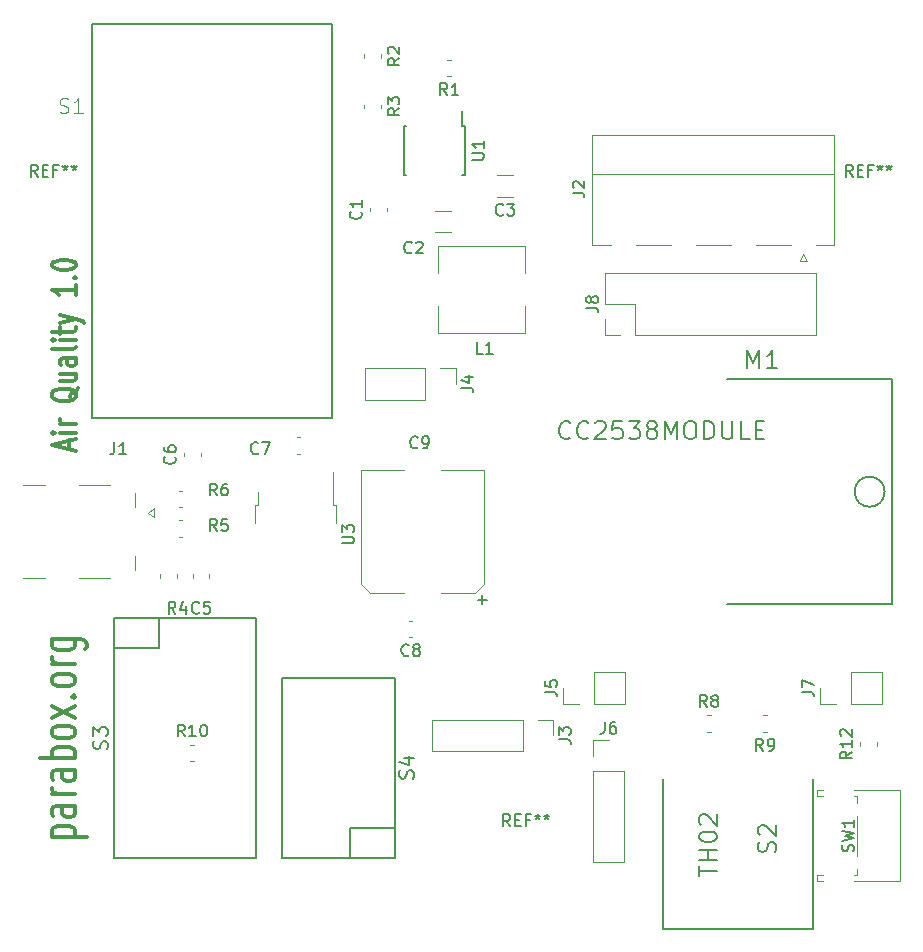
<source format=gto>
G04 #@! TF.GenerationSoftware,KiCad,Pcbnew,5.0.0-rc1-44a33f2~62~ubuntu16.04.1*
G04 #@! TF.CreationDate,2018-04-01T18:26:25+03:00*
G04 #@! TF.ProjectId,ParaboxAirQuality,50617261626F784169725175616C6974,rev?*
G04 #@! TF.SameCoordinates,Original*
G04 #@! TF.FileFunction,Legend,Top*
G04 #@! TF.FilePolarity,Positive*
%FSLAX46Y46*%
G04 Gerber Fmt 4.6, Leading zero omitted, Abs format (unit mm)*
G04 Created by KiCad (PCBNEW 5.0.0-rc1-44a33f2~62~ubuntu16.04.1) date Sun Apr  1 18:26:25 2018*
%MOMM*%
%LPD*%
G01*
G04 APERTURE LIST*
%ADD10C,0.300000*%
%ADD11C,0.127000*%
%ADD12C,0.120000*%
%ADD13C,0.150000*%
%ADD14C,0.101600*%
G04 APERTURE END LIST*
D10*
X54333333Y-86500000D02*
X54333333Y-85785714D01*
X54904761Y-86642857D02*
X52904761Y-86142857D01*
X54904761Y-85642857D01*
X54904761Y-85142857D02*
X53571428Y-85142857D01*
X52904761Y-85142857D02*
X53000000Y-85214285D01*
X53095238Y-85142857D01*
X53000000Y-85071428D01*
X52904761Y-85142857D01*
X53095238Y-85142857D01*
X54904761Y-84428571D02*
X53571428Y-84428571D01*
X53952380Y-84428571D02*
X53761904Y-84357142D01*
X53666666Y-84285714D01*
X53571428Y-84142857D01*
X53571428Y-84000000D01*
X55095238Y-81357142D02*
X55000000Y-81500000D01*
X54809523Y-81642857D01*
X54523809Y-81857142D01*
X54428571Y-82000000D01*
X54428571Y-82142857D01*
X54904761Y-82071428D02*
X54809523Y-82214285D01*
X54619047Y-82357142D01*
X54238095Y-82428571D01*
X53571428Y-82428571D01*
X53190476Y-82357142D01*
X53000000Y-82214285D01*
X52904761Y-82071428D01*
X52904761Y-81785714D01*
X53000000Y-81642857D01*
X53190476Y-81500000D01*
X53571428Y-81428571D01*
X54238095Y-81428571D01*
X54619047Y-81500000D01*
X54809523Y-81642857D01*
X54904761Y-81785714D01*
X54904761Y-82071428D01*
X53571428Y-80142857D02*
X54904761Y-80142857D01*
X53571428Y-80785714D02*
X54619047Y-80785714D01*
X54809523Y-80714285D01*
X54904761Y-80571428D01*
X54904761Y-80357142D01*
X54809523Y-80214285D01*
X54714285Y-80142857D01*
X54904761Y-78785714D02*
X53857142Y-78785714D01*
X53666666Y-78857142D01*
X53571428Y-79000000D01*
X53571428Y-79285714D01*
X53666666Y-79428571D01*
X54809523Y-78785714D02*
X54904761Y-78928571D01*
X54904761Y-79285714D01*
X54809523Y-79428571D01*
X54619047Y-79500000D01*
X54428571Y-79500000D01*
X54238095Y-79428571D01*
X54142857Y-79285714D01*
X54142857Y-78928571D01*
X54047619Y-78785714D01*
X54904761Y-77857142D02*
X54809523Y-78000000D01*
X54619047Y-78071428D01*
X52904761Y-78071428D01*
X54904761Y-77285714D02*
X53571428Y-77285714D01*
X52904761Y-77285714D02*
X53000000Y-77357142D01*
X53095238Y-77285714D01*
X53000000Y-77214285D01*
X52904761Y-77285714D01*
X53095238Y-77285714D01*
X53571428Y-76785714D02*
X53571428Y-76214285D01*
X52904761Y-76571428D02*
X54619047Y-76571428D01*
X54809523Y-76500000D01*
X54904761Y-76357142D01*
X54904761Y-76214285D01*
X53571428Y-75857142D02*
X54904761Y-75500000D01*
X53571428Y-75142857D02*
X54904761Y-75500000D01*
X55380952Y-75642857D01*
X55476190Y-75714285D01*
X55571428Y-75857142D01*
X54904761Y-72642857D02*
X54904761Y-73500000D01*
X54904761Y-73071428D02*
X52904761Y-73071428D01*
X53190476Y-73214285D01*
X53380952Y-73357142D01*
X53476190Y-73500000D01*
X54714285Y-72000000D02*
X54809523Y-71928571D01*
X54904761Y-72000000D01*
X54809523Y-72071428D01*
X54714285Y-72000000D01*
X54904761Y-72000000D01*
X52904761Y-71000000D02*
X52904761Y-70857142D01*
X53000000Y-70714285D01*
X53095238Y-70642857D01*
X53285714Y-70571428D01*
X53666666Y-70500000D01*
X54142857Y-70500000D01*
X54523809Y-70571428D01*
X54714285Y-70642857D01*
X54809523Y-70714285D01*
X54904761Y-70857142D01*
X54904761Y-71000000D01*
X54809523Y-71142857D01*
X54714285Y-71214285D01*
X54523809Y-71285714D01*
X54142857Y-71357142D01*
X53666666Y-71357142D01*
X53285714Y-71285714D01*
X53095238Y-71214285D01*
X53000000Y-71142857D01*
X52904761Y-71000000D01*
X52857142Y-119380952D02*
X55857142Y-119380952D01*
X53000000Y-119380952D02*
X52857142Y-119190476D01*
X52857142Y-118809523D01*
X53000000Y-118619047D01*
X53142857Y-118523809D01*
X53428571Y-118428571D01*
X54285714Y-118428571D01*
X54571428Y-118523809D01*
X54714285Y-118619047D01*
X54857142Y-118809523D01*
X54857142Y-119190476D01*
X54714285Y-119380952D01*
X54857142Y-116714285D02*
X53285714Y-116714285D01*
X53000000Y-116809523D01*
X52857142Y-117000000D01*
X52857142Y-117380952D01*
X53000000Y-117571428D01*
X54714285Y-116714285D02*
X54857142Y-116904761D01*
X54857142Y-117380952D01*
X54714285Y-117571428D01*
X54428571Y-117666666D01*
X54142857Y-117666666D01*
X53857142Y-117571428D01*
X53714285Y-117380952D01*
X53714285Y-116904761D01*
X53571428Y-116714285D01*
X54857142Y-115761904D02*
X52857142Y-115761904D01*
X53428571Y-115761904D02*
X53142857Y-115666666D01*
X53000000Y-115571428D01*
X52857142Y-115380952D01*
X52857142Y-115190476D01*
X54857142Y-113666666D02*
X53285714Y-113666666D01*
X53000000Y-113761904D01*
X52857142Y-113952380D01*
X52857142Y-114333333D01*
X53000000Y-114523809D01*
X54714285Y-113666666D02*
X54857142Y-113857142D01*
X54857142Y-114333333D01*
X54714285Y-114523809D01*
X54428571Y-114619047D01*
X54142857Y-114619047D01*
X53857142Y-114523809D01*
X53714285Y-114333333D01*
X53714285Y-113857142D01*
X53571428Y-113666666D01*
X54857142Y-112714285D02*
X51857142Y-112714285D01*
X53000000Y-112714285D02*
X52857142Y-112523809D01*
X52857142Y-112142857D01*
X53000000Y-111952380D01*
X53142857Y-111857142D01*
X53428571Y-111761904D01*
X54285714Y-111761904D01*
X54571428Y-111857142D01*
X54714285Y-111952380D01*
X54857142Y-112142857D01*
X54857142Y-112523809D01*
X54714285Y-112714285D01*
X54857142Y-110619047D02*
X54714285Y-110809523D01*
X54571428Y-110904761D01*
X54285714Y-111000000D01*
X53428571Y-111000000D01*
X53142857Y-110904761D01*
X53000000Y-110809523D01*
X52857142Y-110619047D01*
X52857142Y-110333333D01*
X53000000Y-110142857D01*
X53142857Y-110047619D01*
X53428571Y-109952380D01*
X54285714Y-109952380D01*
X54571428Y-110047619D01*
X54714285Y-110142857D01*
X54857142Y-110333333D01*
X54857142Y-110619047D01*
X54857142Y-109285714D02*
X52857142Y-108238095D01*
X52857142Y-109285714D02*
X54857142Y-108238095D01*
X54571428Y-107476190D02*
X54714285Y-107380952D01*
X54857142Y-107476190D01*
X54714285Y-107571428D01*
X54571428Y-107476190D01*
X54857142Y-107476190D01*
X54857142Y-106238095D02*
X54714285Y-106428571D01*
X54571428Y-106523809D01*
X54285714Y-106619047D01*
X53428571Y-106619047D01*
X53142857Y-106523809D01*
X53000000Y-106428571D01*
X52857142Y-106238095D01*
X52857142Y-105952380D01*
X53000000Y-105761904D01*
X53142857Y-105666666D01*
X53428571Y-105571428D01*
X54285714Y-105571428D01*
X54571428Y-105666666D01*
X54714285Y-105761904D01*
X54857142Y-105952380D01*
X54857142Y-106238095D01*
X54857142Y-104714285D02*
X52857142Y-104714285D01*
X53428571Y-104714285D02*
X53142857Y-104619047D01*
X53000000Y-104523809D01*
X52857142Y-104333333D01*
X52857142Y-104142857D01*
X52857142Y-102619047D02*
X55285714Y-102619047D01*
X55571428Y-102714285D01*
X55714285Y-102809523D01*
X55857142Y-103000000D01*
X55857142Y-103285714D01*
X55714285Y-103476190D01*
X54714285Y-102619047D02*
X54857142Y-102809523D01*
X54857142Y-103190476D01*
X54714285Y-103380952D01*
X54571428Y-103476190D01*
X54285714Y-103571428D01*
X53428571Y-103571428D01*
X53142857Y-103476190D01*
X53000000Y-103380952D01*
X52857142Y-103190476D01*
X52857142Y-102809523D01*
X53000000Y-102619047D01*
D11*
X56260000Y-83905000D02*
X76580000Y-83905000D01*
X76580000Y-83905000D02*
X76580000Y-50504000D01*
X76580000Y-50504000D02*
X56260000Y-50504000D01*
X56260000Y-50504000D02*
X56260000Y-83905000D01*
D12*
X81210000Y-66400000D02*
X81210000Y-66100000D01*
X79790000Y-66400000D02*
X79790000Y-66100000D01*
X85350000Y-66340000D02*
X86650000Y-66340000D01*
X85350000Y-68160000D02*
X86650000Y-68160000D01*
X91900000Y-63340000D02*
X90600000Y-63340000D01*
X91900000Y-65160000D02*
X90600000Y-65160000D01*
X66210000Y-97100000D02*
X66210000Y-97400000D01*
X64790000Y-97100000D02*
X64790000Y-97400000D01*
X65460000Y-87150000D02*
X65460000Y-86850000D01*
X64040000Y-87150000D02*
X64040000Y-86850000D01*
X73600000Y-85540000D02*
X73900000Y-85540000D01*
X73600000Y-86960000D02*
X73900000Y-86960000D01*
X83400000Y-102460000D02*
X83100000Y-102460000D01*
X83400000Y-101040000D02*
X83100000Y-101040000D01*
X79800000Y-98710000D02*
X82690000Y-98710000D01*
X88700000Y-98710000D02*
X85810000Y-98710000D01*
X89460000Y-88290000D02*
X85810000Y-88290000D01*
X79040000Y-88290000D02*
X82690000Y-88290000D01*
X89460000Y-88290000D02*
X89460000Y-97950000D01*
X89460000Y-97950000D02*
X88700000Y-98710000D01*
X79800000Y-98710000D02*
X79040000Y-97950000D01*
X79040000Y-97950000D02*
X79040000Y-88290000D01*
X50400000Y-97450000D02*
X52300000Y-97450000D01*
X55200000Y-97400000D02*
X57800000Y-97400000D01*
X59900000Y-95550000D02*
X59900000Y-96750000D01*
X59900000Y-90250000D02*
X59900000Y-91450000D01*
X55200000Y-89600000D02*
X57800000Y-89600000D01*
X50400000Y-89600000D02*
X52300000Y-89600000D01*
X61500000Y-92250000D02*
X61050000Y-91900000D01*
X61500000Y-91550000D02*
X61500000Y-92250000D01*
X61050000Y-91900000D02*
X61500000Y-91550000D01*
X119120000Y-69280000D02*
X119120000Y-59920000D01*
X119120000Y-59920000D02*
X98640000Y-59920000D01*
X98640000Y-59920000D02*
X98640000Y-69280000D01*
X119120000Y-69280000D02*
X117550000Y-69280000D01*
X98640000Y-69280000D02*
X100210000Y-69280000D01*
X115450000Y-69280000D02*
X112470000Y-69280000D01*
X110370000Y-69280000D02*
X107390000Y-69280000D01*
X105290000Y-69280000D02*
X102310000Y-69280000D01*
X119120000Y-63200000D02*
X98640000Y-63200000D01*
X116200000Y-70600000D02*
X116500000Y-70000000D01*
X116500000Y-70000000D02*
X116800000Y-70600000D01*
X116800000Y-70600000D02*
X116200000Y-70600000D01*
X85050000Y-109420000D02*
X85050000Y-112080000D01*
X92730000Y-109420000D02*
X85050000Y-109420000D01*
X92730000Y-112080000D02*
X85050000Y-112080000D01*
X92730000Y-109420000D02*
X92730000Y-112080000D01*
X94000000Y-109420000D02*
X95330000Y-109420000D01*
X95330000Y-109420000D02*
X95330000Y-110750000D01*
X79340000Y-79670000D02*
X79340000Y-82330000D01*
X84480000Y-79670000D02*
X79340000Y-79670000D01*
X84480000Y-82330000D02*
X79340000Y-82330000D01*
X84480000Y-79670000D02*
X84480000Y-82330000D01*
X85750000Y-79670000D02*
X87080000Y-79670000D01*
X87080000Y-79670000D02*
X87080000Y-81000000D01*
X96170000Y-108080000D02*
X96170000Y-106750000D01*
X97500000Y-108080000D02*
X96170000Y-108080000D01*
X98770000Y-108080000D02*
X98770000Y-105420000D01*
X98770000Y-105420000D02*
X101370000Y-105420000D01*
X98770000Y-108080000D02*
X101370000Y-108080000D01*
X101370000Y-108080000D02*
X101370000Y-105420000D01*
X98670000Y-111170000D02*
X100000000Y-111170000D01*
X98670000Y-112500000D02*
X98670000Y-111170000D01*
X98670000Y-113770000D02*
X101330000Y-113770000D01*
X101330000Y-113770000D02*
X101330000Y-121450000D01*
X98670000Y-113770000D02*
X98670000Y-121450000D01*
X98670000Y-121450000D02*
X101330000Y-121450000D01*
X123120000Y-108080000D02*
X123120000Y-105420000D01*
X120520000Y-108080000D02*
X123120000Y-108080000D01*
X120520000Y-105420000D02*
X123120000Y-105420000D01*
X120520000Y-108080000D02*
X120520000Y-105420000D01*
X119250000Y-108080000D02*
X117920000Y-108080000D01*
X117920000Y-108080000D02*
X117920000Y-106750000D01*
X117570000Y-76830000D02*
X117570000Y-71630000D01*
X102270000Y-76830000D02*
X117570000Y-76830000D01*
X99670000Y-71630000D02*
X117570000Y-71630000D01*
X102270000Y-76830000D02*
X102270000Y-74230000D01*
X102270000Y-74230000D02*
X99670000Y-74230000D01*
X99670000Y-74230000D02*
X99670000Y-71630000D01*
X101000000Y-76830000D02*
X99670000Y-76830000D01*
X99670000Y-76830000D02*
X99670000Y-75500000D01*
X92950000Y-74400000D02*
X92950000Y-76700000D01*
X92950000Y-76700000D02*
X85550000Y-76700000D01*
X85550000Y-76700000D02*
X85550000Y-74400000D01*
X85550000Y-71600000D02*
X85550000Y-69300000D01*
X85550000Y-69300000D02*
X92950000Y-69300000D01*
X92950000Y-69300000D02*
X92950000Y-71600000D01*
D11*
X124010000Y-80610000D02*
X124010000Y-99660000D01*
X124010000Y-80610000D02*
X110040000Y-80610000D01*
X124010000Y-99660000D02*
X110040000Y-99660000D01*
X123375000Y-90135000D02*
G75*
G03X123375000Y-90135000I-1270000J0D01*
G01*
D12*
X86650000Y-54960000D02*
X86350000Y-54960000D01*
X86650000Y-53540000D02*
X86350000Y-53540000D01*
X79290000Y-53100000D02*
X79290000Y-53400000D01*
X80710000Y-53100000D02*
X80710000Y-53400000D01*
X79290000Y-57350000D02*
X79290000Y-57650000D01*
X80710000Y-57350000D02*
X80710000Y-57650000D01*
X63460000Y-97400000D02*
X63460000Y-97100000D01*
X62040000Y-97400000D02*
X62040000Y-97100000D01*
X63600000Y-93960000D02*
X63900000Y-93960000D01*
X63600000Y-92540000D02*
X63900000Y-92540000D01*
X63600000Y-90040000D02*
X63900000Y-90040000D01*
X63600000Y-91460000D02*
X63900000Y-91460000D01*
X108350000Y-109040000D02*
X108650000Y-109040000D01*
X108350000Y-110460000D02*
X108650000Y-110460000D01*
X113400000Y-109040000D02*
X113100000Y-109040000D01*
X113400000Y-110460000D02*
X113100000Y-110460000D01*
X64600000Y-112960000D02*
X64900000Y-112960000D01*
X64600000Y-111540000D02*
X64900000Y-111540000D01*
X121290000Y-111650000D02*
X121290000Y-111350000D01*
X122710000Y-111650000D02*
X122710000Y-111350000D01*
D11*
X117350000Y-114420000D02*
X117350000Y-127120000D01*
X117350000Y-127120000D02*
X104650000Y-127120000D01*
X104650000Y-127120000D02*
X104650000Y-114420000D01*
D13*
X61905000Y-100840000D02*
X61905000Y-103380000D01*
X61905000Y-103380000D02*
X58095000Y-103380000D01*
X58095000Y-100840000D02*
X58095000Y-121160000D01*
X58095000Y-121160000D02*
X70160000Y-121160000D01*
X70160000Y-121160000D02*
X70160000Y-100840000D01*
X70160000Y-100840000D02*
X58095000Y-100840000D01*
X78095000Y-121120000D02*
X78095000Y-118580000D01*
X78095000Y-118580000D02*
X81905000Y-118580000D01*
X81905000Y-121120000D02*
X81905000Y-105880000D01*
X81905000Y-105880000D02*
X72380000Y-105880000D01*
X72380000Y-105880000D02*
X72380000Y-121120000D01*
X72380000Y-121120000D02*
X81905000Y-121120000D01*
D12*
X121030000Y-115910000D02*
X120800000Y-115910000D01*
X124700000Y-115390000D02*
X124700000Y-123110000D01*
X124700000Y-123110000D02*
X120800000Y-123110000D01*
X117690000Y-115390000D02*
X117690000Y-115910000D01*
X124700000Y-115390000D02*
X120800000Y-115390000D01*
X121030000Y-122590000D02*
X120800000Y-122590000D01*
X118200000Y-115910000D02*
X117690000Y-115910000D01*
X118200000Y-115390000D02*
X117690000Y-115390000D01*
X121030000Y-122050000D02*
X121030000Y-122590000D01*
X118200000Y-122590000D02*
X117690000Y-122590000D01*
X117690000Y-122590000D02*
X117690000Y-123110000D01*
X118200000Y-123110000D02*
X117690000Y-123110000D01*
X121030000Y-115910000D02*
X121030000Y-116450000D01*
X121030000Y-117550000D02*
X121030000Y-120950000D01*
D13*
X87825000Y-59175000D02*
X87625000Y-59175000D01*
X87825000Y-63325000D02*
X87625000Y-63325000D01*
X82675000Y-63325000D02*
X82875000Y-63325000D01*
X82675000Y-59175000D02*
X82875000Y-59175000D01*
X87825000Y-59175000D02*
X87825000Y-63325000D01*
X82675000Y-59175000D02*
X82675000Y-63325000D01*
X87625000Y-59175000D02*
X87625000Y-57875000D01*
D12*
X76950000Y-92780000D02*
X76950000Y-91280000D01*
X76950000Y-91280000D02*
X76680000Y-91280000D01*
X76680000Y-91280000D02*
X76680000Y-88450000D01*
X70050000Y-92780000D02*
X70050000Y-91280000D01*
X70050000Y-91280000D02*
X70320000Y-91280000D01*
X70320000Y-91280000D02*
X70320000Y-90180000D01*
D14*
X53532380Y-58014047D02*
X53713809Y-58074523D01*
X54016190Y-58074523D01*
X54137142Y-58014047D01*
X54197619Y-57953571D01*
X54258095Y-57832619D01*
X54258095Y-57711666D01*
X54197619Y-57590714D01*
X54137142Y-57530238D01*
X54016190Y-57469761D01*
X53774285Y-57409285D01*
X53653333Y-57348809D01*
X53592857Y-57288333D01*
X53532380Y-57167380D01*
X53532380Y-57046428D01*
X53592857Y-56925476D01*
X53653333Y-56865000D01*
X53774285Y-56804523D01*
X54076666Y-56804523D01*
X54258095Y-56865000D01*
X55467619Y-58074523D02*
X54741904Y-58074523D01*
X55104761Y-58074523D02*
X55104761Y-56804523D01*
X54983809Y-56985952D01*
X54862857Y-57106904D01*
X54741904Y-57167380D01*
D13*
X51666666Y-63452380D02*
X51333333Y-62976190D01*
X51095238Y-63452380D02*
X51095238Y-62452380D01*
X51476190Y-62452380D01*
X51571428Y-62500000D01*
X51619047Y-62547619D01*
X51666666Y-62642857D01*
X51666666Y-62785714D01*
X51619047Y-62880952D01*
X51571428Y-62928571D01*
X51476190Y-62976190D01*
X51095238Y-62976190D01*
X52095238Y-62928571D02*
X52428571Y-62928571D01*
X52571428Y-63452380D02*
X52095238Y-63452380D01*
X52095238Y-62452380D01*
X52571428Y-62452380D01*
X53333333Y-62928571D02*
X53000000Y-62928571D01*
X53000000Y-63452380D02*
X53000000Y-62452380D01*
X53476190Y-62452380D01*
X54000000Y-62452380D02*
X54000000Y-62690476D01*
X53761904Y-62595238D02*
X54000000Y-62690476D01*
X54238095Y-62595238D01*
X53857142Y-62880952D02*
X54000000Y-62690476D01*
X54142857Y-62880952D01*
X54761904Y-62452380D02*
X54761904Y-62690476D01*
X54523809Y-62595238D02*
X54761904Y-62690476D01*
X55000000Y-62595238D01*
X54619047Y-62880952D02*
X54761904Y-62690476D01*
X54904761Y-62880952D01*
X120666666Y-63452380D02*
X120333333Y-62976190D01*
X120095238Y-63452380D02*
X120095238Y-62452380D01*
X120476190Y-62452380D01*
X120571428Y-62500000D01*
X120619047Y-62547619D01*
X120666666Y-62642857D01*
X120666666Y-62785714D01*
X120619047Y-62880952D01*
X120571428Y-62928571D01*
X120476190Y-62976190D01*
X120095238Y-62976190D01*
X121095238Y-62928571D02*
X121428571Y-62928571D01*
X121571428Y-63452380D02*
X121095238Y-63452380D01*
X121095238Y-62452380D01*
X121571428Y-62452380D01*
X122333333Y-62928571D02*
X122000000Y-62928571D01*
X122000000Y-63452380D02*
X122000000Y-62452380D01*
X122476190Y-62452380D01*
X123000000Y-62452380D02*
X123000000Y-62690476D01*
X122761904Y-62595238D02*
X123000000Y-62690476D01*
X123238095Y-62595238D01*
X122857142Y-62880952D02*
X123000000Y-62690476D01*
X123142857Y-62880952D01*
X123761904Y-62452380D02*
X123761904Y-62690476D01*
X123523809Y-62595238D02*
X123761904Y-62690476D01*
X124000000Y-62595238D01*
X123619047Y-62880952D02*
X123761904Y-62690476D01*
X123904761Y-62880952D01*
X91666666Y-118452380D02*
X91333333Y-117976190D01*
X91095238Y-118452380D02*
X91095238Y-117452380D01*
X91476190Y-117452380D01*
X91571428Y-117500000D01*
X91619047Y-117547619D01*
X91666666Y-117642857D01*
X91666666Y-117785714D01*
X91619047Y-117880952D01*
X91571428Y-117928571D01*
X91476190Y-117976190D01*
X91095238Y-117976190D01*
X92095238Y-117928571D02*
X92428571Y-117928571D01*
X92571428Y-118452380D02*
X92095238Y-118452380D01*
X92095238Y-117452380D01*
X92571428Y-117452380D01*
X93333333Y-117928571D02*
X93000000Y-117928571D01*
X93000000Y-118452380D02*
X93000000Y-117452380D01*
X93476190Y-117452380D01*
X94000000Y-117452380D02*
X94000000Y-117690476D01*
X93761904Y-117595238D02*
X94000000Y-117690476D01*
X94238095Y-117595238D01*
X93857142Y-117880952D02*
X94000000Y-117690476D01*
X94142857Y-117880952D01*
X94761904Y-117452380D02*
X94761904Y-117690476D01*
X94523809Y-117595238D02*
X94761904Y-117690476D01*
X95000000Y-117595238D01*
X94619047Y-117880952D02*
X94761904Y-117690476D01*
X94904761Y-117880952D01*
X79007142Y-66416666D02*
X79054761Y-66464285D01*
X79102380Y-66607142D01*
X79102380Y-66702380D01*
X79054761Y-66845238D01*
X78959523Y-66940476D01*
X78864285Y-66988095D01*
X78673809Y-67035714D01*
X78530952Y-67035714D01*
X78340476Y-66988095D01*
X78245238Y-66940476D01*
X78150000Y-66845238D01*
X78102380Y-66702380D01*
X78102380Y-66607142D01*
X78150000Y-66464285D01*
X78197619Y-66416666D01*
X79102380Y-65464285D02*
X79102380Y-66035714D01*
X79102380Y-65750000D02*
X78102380Y-65750000D01*
X78245238Y-65845238D01*
X78340476Y-65940476D01*
X78388095Y-66035714D01*
X83333333Y-69857142D02*
X83285714Y-69904761D01*
X83142857Y-69952380D01*
X83047619Y-69952380D01*
X82904761Y-69904761D01*
X82809523Y-69809523D01*
X82761904Y-69714285D01*
X82714285Y-69523809D01*
X82714285Y-69380952D01*
X82761904Y-69190476D01*
X82809523Y-69095238D01*
X82904761Y-69000000D01*
X83047619Y-68952380D01*
X83142857Y-68952380D01*
X83285714Y-69000000D01*
X83333333Y-69047619D01*
X83714285Y-69047619D02*
X83761904Y-69000000D01*
X83857142Y-68952380D01*
X84095238Y-68952380D01*
X84190476Y-69000000D01*
X84238095Y-69047619D01*
X84285714Y-69142857D01*
X84285714Y-69238095D01*
X84238095Y-69380952D01*
X83666666Y-69952380D01*
X84285714Y-69952380D01*
X91083333Y-66657142D02*
X91035714Y-66704761D01*
X90892857Y-66752380D01*
X90797619Y-66752380D01*
X90654761Y-66704761D01*
X90559523Y-66609523D01*
X90511904Y-66514285D01*
X90464285Y-66323809D01*
X90464285Y-66180952D01*
X90511904Y-65990476D01*
X90559523Y-65895238D01*
X90654761Y-65800000D01*
X90797619Y-65752380D01*
X90892857Y-65752380D01*
X91035714Y-65800000D01*
X91083333Y-65847619D01*
X91416666Y-65752380D02*
X92035714Y-65752380D01*
X91702380Y-66133333D01*
X91845238Y-66133333D01*
X91940476Y-66180952D01*
X91988095Y-66228571D01*
X92035714Y-66323809D01*
X92035714Y-66561904D01*
X91988095Y-66657142D01*
X91940476Y-66704761D01*
X91845238Y-66752380D01*
X91559523Y-66752380D01*
X91464285Y-66704761D01*
X91416666Y-66657142D01*
X65333333Y-100357142D02*
X65285714Y-100404761D01*
X65142857Y-100452380D01*
X65047619Y-100452380D01*
X64904761Y-100404761D01*
X64809523Y-100309523D01*
X64761904Y-100214285D01*
X64714285Y-100023809D01*
X64714285Y-99880952D01*
X64761904Y-99690476D01*
X64809523Y-99595238D01*
X64904761Y-99500000D01*
X65047619Y-99452380D01*
X65142857Y-99452380D01*
X65285714Y-99500000D01*
X65333333Y-99547619D01*
X66238095Y-99452380D02*
X65761904Y-99452380D01*
X65714285Y-99928571D01*
X65761904Y-99880952D01*
X65857142Y-99833333D01*
X66095238Y-99833333D01*
X66190476Y-99880952D01*
X66238095Y-99928571D01*
X66285714Y-100023809D01*
X66285714Y-100261904D01*
X66238095Y-100357142D01*
X66190476Y-100404761D01*
X66095238Y-100452380D01*
X65857142Y-100452380D01*
X65761904Y-100404761D01*
X65714285Y-100357142D01*
X63257142Y-87166666D02*
X63304761Y-87214285D01*
X63352380Y-87357142D01*
X63352380Y-87452380D01*
X63304761Y-87595238D01*
X63209523Y-87690476D01*
X63114285Y-87738095D01*
X62923809Y-87785714D01*
X62780952Y-87785714D01*
X62590476Y-87738095D01*
X62495238Y-87690476D01*
X62400000Y-87595238D01*
X62352380Y-87452380D01*
X62352380Y-87357142D01*
X62400000Y-87214285D01*
X62447619Y-87166666D01*
X62352380Y-86309523D02*
X62352380Y-86500000D01*
X62400000Y-86595238D01*
X62447619Y-86642857D01*
X62590476Y-86738095D01*
X62780952Y-86785714D01*
X63161904Y-86785714D01*
X63257142Y-86738095D01*
X63304761Y-86690476D01*
X63352380Y-86595238D01*
X63352380Y-86404761D01*
X63304761Y-86309523D01*
X63257142Y-86261904D01*
X63161904Y-86214285D01*
X62923809Y-86214285D01*
X62828571Y-86261904D01*
X62780952Y-86309523D01*
X62733333Y-86404761D01*
X62733333Y-86595238D01*
X62780952Y-86690476D01*
X62828571Y-86738095D01*
X62923809Y-86785714D01*
X70333333Y-86857142D02*
X70285714Y-86904761D01*
X70142857Y-86952380D01*
X70047619Y-86952380D01*
X69904761Y-86904761D01*
X69809523Y-86809523D01*
X69761904Y-86714285D01*
X69714285Y-86523809D01*
X69714285Y-86380952D01*
X69761904Y-86190476D01*
X69809523Y-86095238D01*
X69904761Y-86000000D01*
X70047619Y-85952380D01*
X70142857Y-85952380D01*
X70285714Y-86000000D01*
X70333333Y-86047619D01*
X70666666Y-85952380D02*
X71333333Y-85952380D01*
X70904761Y-86952380D01*
X83083333Y-103957142D02*
X83035714Y-104004761D01*
X82892857Y-104052380D01*
X82797619Y-104052380D01*
X82654761Y-104004761D01*
X82559523Y-103909523D01*
X82511904Y-103814285D01*
X82464285Y-103623809D01*
X82464285Y-103480952D01*
X82511904Y-103290476D01*
X82559523Y-103195238D01*
X82654761Y-103100000D01*
X82797619Y-103052380D01*
X82892857Y-103052380D01*
X83035714Y-103100000D01*
X83083333Y-103147619D01*
X83654761Y-103480952D02*
X83559523Y-103433333D01*
X83511904Y-103385714D01*
X83464285Y-103290476D01*
X83464285Y-103242857D01*
X83511904Y-103147619D01*
X83559523Y-103100000D01*
X83654761Y-103052380D01*
X83845238Y-103052380D01*
X83940476Y-103100000D01*
X83988095Y-103147619D01*
X84035714Y-103242857D01*
X84035714Y-103290476D01*
X83988095Y-103385714D01*
X83940476Y-103433333D01*
X83845238Y-103480952D01*
X83654761Y-103480952D01*
X83559523Y-103528571D01*
X83511904Y-103576190D01*
X83464285Y-103671428D01*
X83464285Y-103861904D01*
X83511904Y-103957142D01*
X83559523Y-104004761D01*
X83654761Y-104052380D01*
X83845238Y-104052380D01*
X83940476Y-104004761D01*
X83988095Y-103957142D01*
X84035714Y-103861904D01*
X84035714Y-103671428D01*
X83988095Y-103576190D01*
X83940476Y-103528571D01*
X83845238Y-103480952D01*
X83833333Y-86357142D02*
X83785714Y-86404761D01*
X83642857Y-86452380D01*
X83547619Y-86452380D01*
X83404761Y-86404761D01*
X83309523Y-86309523D01*
X83261904Y-86214285D01*
X83214285Y-86023809D01*
X83214285Y-85880952D01*
X83261904Y-85690476D01*
X83309523Y-85595238D01*
X83404761Y-85500000D01*
X83547619Y-85452380D01*
X83642857Y-85452380D01*
X83785714Y-85500000D01*
X83833333Y-85547619D01*
X84309523Y-86452380D02*
X84500000Y-86452380D01*
X84595238Y-86404761D01*
X84642857Y-86357142D01*
X84738095Y-86214285D01*
X84785714Y-86023809D01*
X84785714Y-85642857D01*
X84738095Y-85547619D01*
X84690476Y-85500000D01*
X84595238Y-85452380D01*
X84404761Y-85452380D01*
X84309523Y-85500000D01*
X84261904Y-85547619D01*
X84214285Y-85642857D01*
X84214285Y-85880952D01*
X84261904Y-85976190D01*
X84309523Y-86023809D01*
X84404761Y-86071428D01*
X84595238Y-86071428D01*
X84690476Y-86023809D01*
X84738095Y-85976190D01*
X84785714Y-85880952D01*
X89291428Y-99660952D02*
X89291428Y-98899047D01*
X89672380Y-99280000D02*
X88910476Y-99280000D01*
X58166666Y-85952380D02*
X58166666Y-86666666D01*
X58119047Y-86809523D01*
X58023809Y-86904761D01*
X57880952Y-86952380D01*
X57785714Y-86952380D01*
X59166666Y-86952380D02*
X58595238Y-86952380D01*
X58880952Y-86952380D02*
X58880952Y-85952380D01*
X58785714Y-86095238D01*
X58690476Y-86190476D01*
X58595238Y-86238095D01*
X96952380Y-64833333D02*
X97666666Y-64833333D01*
X97809523Y-64880952D01*
X97904761Y-64976190D01*
X97952380Y-65119047D01*
X97952380Y-65214285D01*
X97047619Y-64404761D02*
X97000000Y-64357142D01*
X96952380Y-64261904D01*
X96952380Y-64023809D01*
X97000000Y-63928571D01*
X97047619Y-63880952D01*
X97142857Y-63833333D01*
X97238095Y-63833333D01*
X97380952Y-63880952D01*
X97952380Y-64452380D01*
X97952380Y-63833333D01*
X95782380Y-111083333D02*
X96496666Y-111083333D01*
X96639523Y-111130952D01*
X96734761Y-111226190D01*
X96782380Y-111369047D01*
X96782380Y-111464285D01*
X95782380Y-110702380D02*
X95782380Y-110083333D01*
X96163333Y-110416666D01*
X96163333Y-110273809D01*
X96210952Y-110178571D01*
X96258571Y-110130952D01*
X96353809Y-110083333D01*
X96591904Y-110083333D01*
X96687142Y-110130952D01*
X96734761Y-110178571D01*
X96782380Y-110273809D01*
X96782380Y-110559523D01*
X96734761Y-110654761D01*
X96687142Y-110702380D01*
X87532380Y-81333333D02*
X88246666Y-81333333D01*
X88389523Y-81380952D01*
X88484761Y-81476190D01*
X88532380Y-81619047D01*
X88532380Y-81714285D01*
X87865714Y-80428571D02*
X88532380Y-80428571D01*
X87484761Y-80666666D02*
X88199047Y-80904761D01*
X88199047Y-80285714D01*
X94622380Y-107083333D02*
X95336666Y-107083333D01*
X95479523Y-107130952D01*
X95574761Y-107226190D01*
X95622380Y-107369047D01*
X95622380Y-107464285D01*
X94622380Y-106130952D02*
X94622380Y-106607142D01*
X95098571Y-106654761D01*
X95050952Y-106607142D01*
X95003333Y-106511904D01*
X95003333Y-106273809D01*
X95050952Y-106178571D01*
X95098571Y-106130952D01*
X95193809Y-106083333D01*
X95431904Y-106083333D01*
X95527142Y-106130952D01*
X95574761Y-106178571D01*
X95622380Y-106273809D01*
X95622380Y-106511904D01*
X95574761Y-106607142D01*
X95527142Y-106654761D01*
X99666666Y-109622380D02*
X99666666Y-110336666D01*
X99619047Y-110479523D01*
X99523809Y-110574761D01*
X99380952Y-110622380D01*
X99285714Y-110622380D01*
X100571428Y-109622380D02*
X100380952Y-109622380D01*
X100285714Y-109670000D01*
X100238095Y-109717619D01*
X100142857Y-109860476D01*
X100095238Y-110050952D01*
X100095238Y-110431904D01*
X100142857Y-110527142D01*
X100190476Y-110574761D01*
X100285714Y-110622380D01*
X100476190Y-110622380D01*
X100571428Y-110574761D01*
X100619047Y-110527142D01*
X100666666Y-110431904D01*
X100666666Y-110193809D01*
X100619047Y-110098571D01*
X100571428Y-110050952D01*
X100476190Y-110003333D01*
X100285714Y-110003333D01*
X100190476Y-110050952D01*
X100142857Y-110098571D01*
X100095238Y-110193809D01*
X116372380Y-107083333D02*
X117086666Y-107083333D01*
X117229523Y-107130952D01*
X117324761Y-107226190D01*
X117372380Y-107369047D01*
X117372380Y-107464285D01*
X116372380Y-106702380D02*
X116372380Y-106035714D01*
X117372380Y-106464285D01*
X98122380Y-74563333D02*
X98836666Y-74563333D01*
X98979523Y-74610952D01*
X99074761Y-74706190D01*
X99122380Y-74849047D01*
X99122380Y-74944285D01*
X98550952Y-73944285D02*
X98503333Y-74039523D01*
X98455714Y-74087142D01*
X98360476Y-74134761D01*
X98312857Y-74134761D01*
X98217619Y-74087142D01*
X98170000Y-74039523D01*
X98122380Y-73944285D01*
X98122380Y-73753809D01*
X98170000Y-73658571D01*
X98217619Y-73610952D01*
X98312857Y-73563333D01*
X98360476Y-73563333D01*
X98455714Y-73610952D01*
X98503333Y-73658571D01*
X98550952Y-73753809D01*
X98550952Y-73944285D01*
X98598571Y-74039523D01*
X98646190Y-74087142D01*
X98741428Y-74134761D01*
X98931904Y-74134761D01*
X99027142Y-74087142D01*
X99074761Y-74039523D01*
X99122380Y-73944285D01*
X99122380Y-73753809D01*
X99074761Y-73658571D01*
X99027142Y-73610952D01*
X98931904Y-73563333D01*
X98741428Y-73563333D01*
X98646190Y-73610952D01*
X98598571Y-73658571D01*
X98550952Y-73753809D01*
X89333333Y-78452380D02*
X88857142Y-78452380D01*
X88857142Y-77452380D01*
X90190476Y-78452380D02*
X89619047Y-78452380D01*
X89904761Y-78452380D02*
X89904761Y-77452380D01*
X89809523Y-77595238D01*
X89714285Y-77690476D01*
X89619047Y-77738095D01*
X111766285Y-79689428D02*
X111766285Y-78165428D01*
X112274285Y-79254000D01*
X112782285Y-78165428D01*
X112782285Y-79689428D01*
X114306285Y-79689428D02*
X113435428Y-79689428D01*
X113870857Y-79689428D02*
X113870857Y-78165428D01*
X113725714Y-78383142D01*
X113580571Y-78528285D01*
X113435428Y-78600857D01*
X96771142Y-85544285D02*
X96698571Y-85616857D01*
X96480857Y-85689428D01*
X96335714Y-85689428D01*
X96118000Y-85616857D01*
X95972857Y-85471714D01*
X95900285Y-85326571D01*
X95827714Y-85036285D01*
X95827714Y-84818571D01*
X95900285Y-84528285D01*
X95972857Y-84383142D01*
X96118000Y-84238000D01*
X96335714Y-84165428D01*
X96480857Y-84165428D01*
X96698571Y-84238000D01*
X96771142Y-84310571D01*
X98295142Y-85544285D02*
X98222571Y-85616857D01*
X98004857Y-85689428D01*
X97859714Y-85689428D01*
X97642000Y-85616857D01*
X97496857Y-85471714D01*
X97424285Y-85326571D01*
X97351714Y-85036285D01*
X97351714Y-84818571D01*
X97424285Y-84528285D01*
X97496857Y-84383142D01*
X97642000Y-84238000D01*
X97859714Y-84165428D01*
X98004857Y-84165428D01*
X98222571Y-84238000D01*
X98295142Y-84310571D01*
X98875714Y-84310571D02*
X98948285Y-84238000D01*
X99093428Y-84165428D01*
X99456285Y-84165428D01*
X99601428Y-84238000D01*
X99674000Y-84310571D01*
X99746571Y-84455714D01*
X99746571Y-84600857D01*
X99674000Y-84818571D01*
X98803142Y-85689428D01*
X99746571Y-85689428D01*
X101125428Y-84165428D02*
X100399714Y-84165428D01*
X100327142Y-84891142D01*
X100399714Y-84818571D01*
X100544857Y-84746000D01*
X100907714Y-84746000D01*
X101052857Y-84818571D01*
X101125428Y-84891142D01*
X101198000Y-85036285D01*
X101198000Y-85399142D01*
X101125428Y-85544285D01*
X101052857Y-85616857D01*
X100907714Y-85689428D01*
X100544857Y-85689428D01*
X100399714Y-85616857D01*
X100327142Y-85544285D01*
X101706000Y-84165428D02*
X102649428Y-84165428D01*
X102141428Y-84746000D01*
X102359142Y-84746000D01*
X102504285Y-84818571D01*
X102576857Y-84891142D01*
X102649428Y-85036285D01*
X102649428Y-85399142D01*
X102576857Y-85544285D01*
X102504285Y-85616857D01*
X102359142Y-85689428D01*
X101923714Y-85689428D01*
X101778571Y-85616857D01*
X101706000Y-85544285D01*
X103520285Y-84818571D02*
X103375142Y-84746000D01*
X103302571Y-84673428D01*
X103230000Y-84528285D01*
X103230000Y-84455714D01*
X103302571Y-84310571D01*
X103375142Y-84238000D01*
X103520285Y-84165428D01*
X103810571Y-84165428D01*
X103955714Y-84238000D01*
X104028285Y-84310571D01*
X104100857Y-84455714D01*
X104100857Y-84528285D01*
X104028285Y-84673428D01*
X103955714Y-84746000D01*
X103810571Y-84818571D01*
X103520285Y-84818571D01*
X103375142Y-84891142D01*
X103302571Y-84963714D01*
X103230000Y-85108857D01*
X103230000Y-85399142D01*
X103302571Y-85544285D01*
X103375142Y-85616857D01*
X103520285Y-85689428D01*
X103810571Y-85689428D01*
X103955714Y-85616857D01*
X104028285Y-85544285D01*
X104100857Y-85399142D01*
X104100857Y-85108857D01*
X104028285Y-84963714D01*
X103955714Y-84891142D01*
X103810571Y-84818571D01*
X104754000Y-85689428D02*
X104754000Y-84165428D01*
X105262000Y-85254000D01*
X105770000Y-84165428D01*
X105770000Y-85689428D01*
X106786000Y-84165428D02*
X107076285Y-84165428D01*
X107221428Y-84238000D01*
X107366571Y-84383142D01*
X107439142Y-84673428D01*
X107439142Y-85181428D01*
X107366571Y-85471714D01*
X107221428Y-85616857D01*
X107076285Y-85689428D01*
X106786000Y-85689428D01*
X106640857Y-85616857D01*
X106495714Y-85471714D01*
X106423142Y-85181428D01*
X106423142Y-84673428D01*
X106495714Y-84383142D01*
X106640857Y-84238000D01*
X106786000Y-84165428D01*
X108092285Y-85689428D02*
X108092285Y-84165428D01*
X108455142Y-84165428D01*
X108672857Y-84238000D01*
X108818000Y-84383142D01*
X108890571Y-84528285D01*
X108963142Y-84818571D01*
X108963142Y-85036285D01*
X108890571Y-85326571D01*
X108818000Y-85471714D01*
X108672857Y-85616857D01*
X108455142Y-85689428D01*
X108092285Y-85689428D01*
X109616285Y-84165428D02*
X109616285Y-85399142D01*
X109688857Y-85544285D01*
X109761428Y-85616857D01*
X109906571Y-85689428D01*
X110196857Y-85689428D01*
X110342000Y-85616857D01*
X110414571Y-85544285D01*
X110487142Y-85399142D01*
X110487142Y-84165428D01*
X111938571Y-85689428D02*
X111212857Y-85689428D01*
X111212857Y-84165428D01*
X112446571Y-84891142D02*
X112954571Y-84891142D01*
X113172285Y-85689428D02*
X112446571Y-85689428D01*
X112446571Y-84165428D01*
X113172285Y-84165428D01*
X86333333Y-56552380D02*
X86000000Y-56076190D01*
X85761904Y-56552380D02*
X85761904Y-55552380D01*
X86142857Y-55552380D01*
X86238095Y-55600000D01*
X86285714Y-55647619D01*
X86333333Y-55742857D01*
X86333333Y-55885714D01*
X86285714Y-55980952D01*
X86238095Y-56028571D01*
X86142857Y-56076190D01*
X85761904Y-56076190D01*
X87285714Y-56552380D02*
X86714285Y-56552380D01*
X87000000Y-56552380D02*
X87000000Y-55552380D01*
X86904761Y-55695238D01*
X86809523Y-55790476D01*
X86714285Y-55838095D01*
X82302380Y-53416666D02*
X81826190Y-53750000D01*
X82302380Y-53988095D02*
X81302380Y-53988095D01*
X81302380Y-53607142D01*
X81350000Y-53511904D01*
X81397619Y-53464285D01*
X81492857Y-53416666D01*
X81635714Y-53416666D01*
X81730952Y-53464285D01*
X81778571Y-53511904D01*
X81826190Y-53607142D01*
X81826190Y-53988095D01*
X81397619Y-53035714D02*
X81350000Y-52988095D01*
X81302380Y-52892857D01*
X81302380Y-52654761D01*
X81350000Y-52559523D01*
X81397619Y-52511904D01*
X81492857Y-52464285D01*
X81588095Y-52464285D01*
X81730952Y-52511904D01*
X82302380Y-53083333D01*
X82302380Y-52464285D01*
X82302380Y-57666666D02*
X81826190Y-58000000D01*
X82302380Y-58238095D02*
X81302380Y-58238095D01*
X81302380Y-57857142D01*
X81350000Y-57761904D01*
X81397619Y-57714285D01*
X81492857Y-57666666D01*
X81635714Y-57666666D01*
X81730952Y-57714285D01*
X81778571Y-57761904D01*
X81826190Y-57857142D01*
X81826190Y-58238095D01*
X81302380Y-57333333D02*
X81302380Y-56714285D01*
X81683333Y-57047619D01*
X81683333Y-56904761D01*
X81730952Y-56809523D01*
X81778571Y-56761904D01*
X81873809Y-56714285D01*
X82111904Y-56714285D01*
X82207142Y-56761904D01*
X82254761Y-56809523D01*
X82302380Y-56904761D01*
X82302380Y-57190476D01*
X82254761Y-57285714D01*
X82207142Y-57333333D01*
X63333333Y-100452380D02*
X63000000Y-99976190D01*
X62761904Y-100452380D02*
X62761904Y-99452380D01*
X63142857Y-99452380D01*
X63238095Y-99500000D01*
X63285714Y-99547619D01*
X63333333Y-99642857D01*
X63333333Y-99785714D01*
X63285714Y-99880952D01*
X63238095Y-99928571D01*
X63142857Y-99976190D01*
X62761904Y-99976190D01*
X64190476Y-99785714D02*
X64190476Y-100452380D01*
X63952380Y-99404761D02*
X63714285Y-100119047D01*
X64333333Y-100119047D01*
X66833333Y-93452380D02*
X66500000Y-92976190D01*
X66261904Y-93452380D02*
X66261904Y-92452380D01*
X66642857Y-92452380D01*
X66738095Y-92500000D01*
X66785714Y-92547619D01*
X66833333Y-92642857D01*
X66833333Y-92785714D01*
X66785714Y-92880952D01*
X66738095Y-92928571D01*
X66642857Y-92976190D01*
X66261904Y-92976190D01*
X67738095Y-92452380D02*
X67261904Y-92452380D01*
X67214285Y-92928571D01*
X67261904Y-92880952D01*
X67357142Y-92833333D01*
X67595238Y-92833333D01*
X67690476Y-92880952D01*
X67738095Y-92928571D01*
X67785714Y-93023809D01*
X67785714Y-93261904D01*
X67738095Y-93357142D01*
X67690476Y-93404761D01*
X67595238Y-93452380D01*
X67357142Y-93452380D01*
X67261904Y-93404761D01*
X67214285Y-93357142D01*
X66833333Y-90452380D02*
X66500000Y-89976190D01*
X66261904Y-90452380D02*
X66261904Y-89452380D01*
X66642857Y-89452380D01*
X66738095Y-89500000D01*
X66785714Y-89547619D01*
X66833333Y-89642857D01*
X66833333Y-89785714D01*
X66785714Y-89880952D01*
X66738095Y-89928571D01*
X66642857Y-89976190D01*
X66261904Y-89976190D01*
X67690476Y-89452380D02*
X67500000Y-89452380D01*
X67404761Y-89500000D01*
X67357142Y-89547619D01*
X67261904Y-89690476D01*
X67214285Y-89880952D01*
X67214285Y-90261904D01*
X67261904Y-90357142D01*
X67309523Y-90404761D01*
X67404761Y-90452380D01*
X67595238Y-90452380D01*
X67690476Y-90404761D01*
X67738095Y-90357142D01*
X67785714Y-90261904D01*
X67785714Y-90023809D01*
X67738095Y-89928571D01*
X67690476Y-89880952D01*
X67595238Y-89833333D01*
X67404761Y-89833333D01*
X67309523Y-89880952D01*
X67261904Y-89928571D01*
X67214285Y-90023809D01*
X108333333Y-108352380D02*
X108000000Y-107876190D01*
X107761904Y-108352380D02*
X107761904Y-107352380D01*
X108142857Y-107352380D01*
X108238095Y-107400000D01*
X108285714Y-107447619D01*
X108333333Y-107542857D01*
X108333333Y-107685714D01*
X108285714Y-107780952D01*
X108238095Y-107828571D01*
X108142857Y-107876190D01*
X107761904Y-107876190D01*
X108904761Y-107780952D02*
X108809523Y-107733333D01*
X108761904Y-107685714D01*
X108714285Y-107590476D01*
X108714285Y-107542857D01*
X108761904Y-107447619D01*
X108809523Y-107400000D01*
X108904761Y-107352380D01*
X109095238Y-107352380D01*
X109190476Y-107400000D01*
X109238095Y-107447619D01*
X109285714Y-107542857D01*
X109285714Y-107590476D01*
X109238095Y-107685714D01*
X109190476Y-107733333D01*
X109095238Y-107780952D01*
X108904761Y-107780952D01*
X108809523Y-107828571D01*
X108761904Y-107876190D01*
X108714285Y-107971428D01*
X108714285Y-108161904D01*
X108761904Y-108257142D01*
X108809523Y-108304761D01*
X108904761Y-108352380D01*
X109095238Y-108352380D01*
X109190476Y-108304761D01*
X109238095Y-108257142D01*
X109285714Y-108161904D01*
X109285714Y-107971428D01*
X109238095Y-107876190D01*
X109190476Y-107828571D01*
X109095238Y-107780952D01*
X113083333Y-112052380D02*
X112750000Y-111576190D01*
X112511904Y-112052380D02*
X112511904Y-111052380D01*
X112892857Y-111052380D01*
X112988095Y-111100000D01*
X113035714Y-111147619D01*
X113083333Y-111242857D01*
X113083333Y-111385714D01*
X113035714Y-111480952D01*
X112988095Y-111528571D01*
X112892857Y-111576190D01*
X112511904Y-111576190D01*
X113559523Y-112052380D02*
X113750000Y-112052380D01*
X113845238Y-112004761D01*
X113892857Y-111957142D01*
X113988095Y-111814285D01*
X114035714Y-111623809D01*
X114035714Y-111242857D01*
X113988095Y-111147619D01*
X113940476Y-111100000D01*
X113845238Y-111052380D01*
X113654761Y-111052380D01*
X113559523Y-111100000D01*
X113511904Y-111147619D01*
X113464285Y-111242857D01*
X113464285Y-111480952D01*
X113511904Y-111576190D01*
X113559523Y-111623809D01*
X113654761Y-111671428D01*
X113845238Y-111671428D01*
X113940476Y-111623809D01*
X113988095Y-111576190D01*
X114035714Y-111480952D01*
X64107142Y-110852380D02*
X63773809Y-110376190D01*
X63535714Y-110852380D02*
X63535714Y-109852380D01*
X63916666Y-109852380D01*
X64011904Y-109900000D01*
X64059523Y-109947619D01*
X64107142Y-110042857D01*
X64107142Y-110185714D01*
X64059523Y-110280952D01*
X64011904Y-110328571D01*
X63916666Y-110376190D01*
X63535714Y-110376190D01*
X65059523Y-110852380D02*
X64488095Y-110852380D01*
X64773809Y-110852380D02*
X64773809Y-109852380D01*
X64678571Y-109995238D01*
X64583333Y-110090476D01*
X64488095Y-110138095D01*
X65678571Y-109852380D02*
X65773809Y-109852380D01*
X65869047Y-109900000D01*
X65916666Y-109947619D01*
X65964285Y-110042857D01*
X66011904Y-110233333D01*
X66011904Y-110471428D01*
X65964285Y-110661904D01*
X65916666Y-110757142D01*
X65869047Y-110804761D01*
X65773809Y-110852380D01*
X65678571Y-110852380D01*
X65583333Y-110804761D01*
X65535714Y-110757142D01*
X65488095Y-110661904D01*
X65440476Y-110471428D01*
X65440476Y-110233333D01*
X65488095Y-110042857D01*
X65535714Y-109947619D01*
X65583333Y-109900000D01*
X65678571Y-109852380D01*
X120602380Y-112142857D02*
X120126190Y-112476190D01*
X120602380Y-112714285D02*
X119602380Y-112714285D01*
X119602380Y-112333333D01*
X119650000Y-112238095D01*
X119697619Y-112190476D01*
X119792857Y-112142857D01*
X119935714Y-112142857D01*
X120030952Y-112190476D01*
X120078571Y-112238095D01*
X120126190Y-112333333D01*
X120126190Y-112714285D01*
X120602380Y-111190476D02*
X120602380Y-111761904D01*
X120602380Y-111476190D02*
X119602380Y-111476190D01*
X119745238Y-111571428D01*
X119840476Y-111666666D01*
X119888095Y-111761904D01*
X119697619Y-110809523D02*
X119650000Y-110761904D01*
X119602380Y-110666666D01*
X119602380Y-110428571D01*
X119650000Y-110333333D01*
X119697619Y-110285714D01*
X119792857Y-110238095D01*
X119888095Y-110238095D01*
X120030952Y-110285714D01*
X120602380Y-110857142D01*
X120602380Y-110238095D01*
X114116857Y-120661142D02*
X114189428Y-120443428D01*
X114189428Y-120080571D01*
X114116857Y-119935428D01*
X114044285Y-119862857D01*
X113899142Y-119790285D01*
X113754000Y-119790285D01*
X113608857Y-119862857D01*
X113536285Y-119935428D01*
X113463714Y-120080571D01*
X113391142Y-120370857D01*
X113318571Y-120516000D01*
X113246000Y-120588571D01*
X113100857Y-120661142D01*
X112955714Y-120661142D01*
X112810571Y-120588571D01*
X112738000Y-120516000D01*
X112665428Y-120370857D01*
X112665428Y-120008000D01*
X112738000Y-119790285D01*
X112810571Y-119209714D02*
X112738000Y-119137142D01*
X112665428Y-118992000D01*
X112665428Y-118629142D01*
X112738000Y-118484000D01*
X112810571Y-118411428D01*
X112955714Y-118338857D01*
X113100857Y-118338857D01*
X113318571Y-118411428D01*
X114189428Y-119282285D01*
X114189428Y-118338857D01*
X107665428Y-122685142D02*
X107665428Y-121814285D01*
X109189428Y-122249714D02*
X107665428Y-122249714D01*
X109189428Y-121306285D02*
X107665428Y-121306285D01*
X108391142Y-121306285D02*
X108391142Y-120435428D01*
X109189428Y-120435428D02*
X107665428Y-120435428D01*
X107665428Y-119419428D02*
X107665428Y-119274285D01*
X107738000Y-119129142D01*
X107810571Y-119056571D01*
X107955714Y-118984000D01*
X108246000Y-118911428D01*
X108608857Y-118911428D01*
X108899142Y-118984000D01*
X109044285Y-119056571D01*
X109116857Y-119129142D01*
X109189428Y-119274285D01*
X109189428Y-119419428D01*
X109116857Y-119564571D01*
X109044285Y-119637142D01*
X108899142Y-119709714D01*
X108608857Y-119782285D01*
X108246000Y-119782285D01*
X107955714Y-119709714D01*
X107810571Y-119637142D01*
X107738000Y-119564571D01*
X107665428Y-119419428D01*
X107810571Y-118330857D02*
X107738000Y-118258285D01*
X107665428Y-118113142D01*
X107665428Y-117750285D01*
X107738000Y-117605142D01*
X107810571Y-117532571D01*
X107955714Y-117460000D01*
X108100857Y-117460000D01*
X108318571Y-117532571D01*
X109189428Y-118403428D01*
X109189428Y-117460000D01*
X57535714Y-111914285D02*
X57592857Y-111742857D01*
X57592857Y-111457142D01*
X57535714Y-111342857D01*
X57478571Y-111285714D01*
X57364285Y-111228571D01*
X57250000Y-111228571D01*
X57135714Y-111285714D01*
X57078571Y-111342857D01*
X57021428Y-111457142D01*
X56964285Y-111685714D01*
X56907142Y-111800000D01*
X56850000Y-111857142D01*
X56735714Y-111914285D01*
X56621428Y-111914285D01*
X56507142Y-111857142D01*
X56450000Y-111800000D01*
X56392857Y-111685714D01*
X56392857Y-111400000D01*
X56450000Y-111228571D01*
X56392857Y-110828571D02*
X56392857Y-110085714D01*
X56850000Y-110485714D01*
X56850000Y-110314285D01*
X56907142Y-110200000D01*
X56964285Y-110142857D01*
X57078571Y-110085714D01*
X57364285Y-110085714D01*
X57478571Y-110142857D01*
X57535714Y-110200000D01*
X57592857Y-110314285D01*
X57592857Y-110657142D01*
X57535714Y-110771428D01*
X57478571Y-110828571D01*
X83435714Y-114414285D02*
X83492857Y-114242857D01*
X83492857Y-113957142D01*
X83435714Y-113842857D01*
X83378571Y-113785714D01*
X83264285Y-113728571D01*
X83150000Y-113728571D01*
X83035714Y-113785714D01*
X82978571Y-113842857D01*
X82921428Y-113957142D01*
X82864285Y-114185714D01*
X82807142Y-114300000D01*
X82750000Y-114357142D01*
X82635714Y-114414285D01*
X82521428Y-114414285D01*
X82407142Y-114357142D01*
X82350000Y-114300000D01*
X82292857Y-114185714D01*
X82292857Y-113900000D01*
X82350000Y-113728571D01*
X82692857Y-112700000D02*
X83492857Y-112700000D01*
X82235714Y-112985714D02*
X83092857Y-113271428D01*
X83092857Y-112528571D01*
X120724761Y-120583333D02*
X120772380Y-120440476D01*
X120772380Y-120202380D01*
X120724761Y-120107142D01*
X120677142Y-120059523D01*
X120581904Y-120011904D01*
X120486666Y-120011904D01*
X120391428Y-120059523D01*
X120343809Y-120107142D01*
X120296190Y-120202380D01*
X120248571Y-120392857D01*
X120200952Y-120488095D01*
X120153333Y-120535714D01*
X120058095Y-120583333D01*
X119962857Y-120583333D01*
X119867619Y-120535714D01*
X119820000Y-120488095D01*
X119772380Y-120392857D01*
X119772380Y-120154761D01*
X119820000Y-120011904D01*
X119772380Y-119678571D02*
X120772380Y-119440476D01*
X120058095Y-119250000D01*
X120772380Y-119059523D01*
X119772380Y-118821428D01*
X120772380Y-117916666D02*
X120772380Y-118488095D01*
X120772380Y-118202380D02*
X119772380Y-118202380D01*
X119915238Y-118297619D01*
X120010476Y-118392857D01*
X120058095Y-118488095D01*
X88452380Y-62011904D02*
X89261904Y-62011904D01*
X89357142Y-61964285D01*
X89404761Y-61916666D01*
X89452380Y-61821428D01*
X89452380Y-61630952D01*
X89404761Y-61535714D01*
X89357142Y-61488095D01*
X89261904Y-61440476D01*
X88452380Y-61440476D01*
X89452380Y-60440476D02*
X89452380Y-61011904D01*
X89452380Y-60726190D02*
X88452380Y-60726190D01*
X88595238Y-60821428D01*
X88690476Y-60916666D01*
X88738095Y-61011904D01*
X77452380Y-94511904D02*
X78261904Y-94511904D01*
X78357142Y-94464285D01*
X78404761Y-94416666D01*
X78452380Y-94321428D01*
X78452380Y-94130952D01*
X78404761Y-94035714D01*
X78357142Y-93988095D01*
X78261904Y-93940476D01*
X77452380Y-93940476D01*
X77452380Y-93559523D02*
X77452380Y-92940476D01*
X77833333Y-93273809D01*
X77833333Y-93130952D01*
X77880952Y-93035714D01*
X77928571Y-92988095D01*
X78023809Y-92940476D01*
X78261904Y-92940476D01*
X78357142Y-92988095D01*
X78404761Y-93035714D01*
X78452380Y-93130952D01*
X78452380Y-93416666D01*
X78404761Y-93511904D01*
X78357142Y-93559523D01*
M02*

</source>
